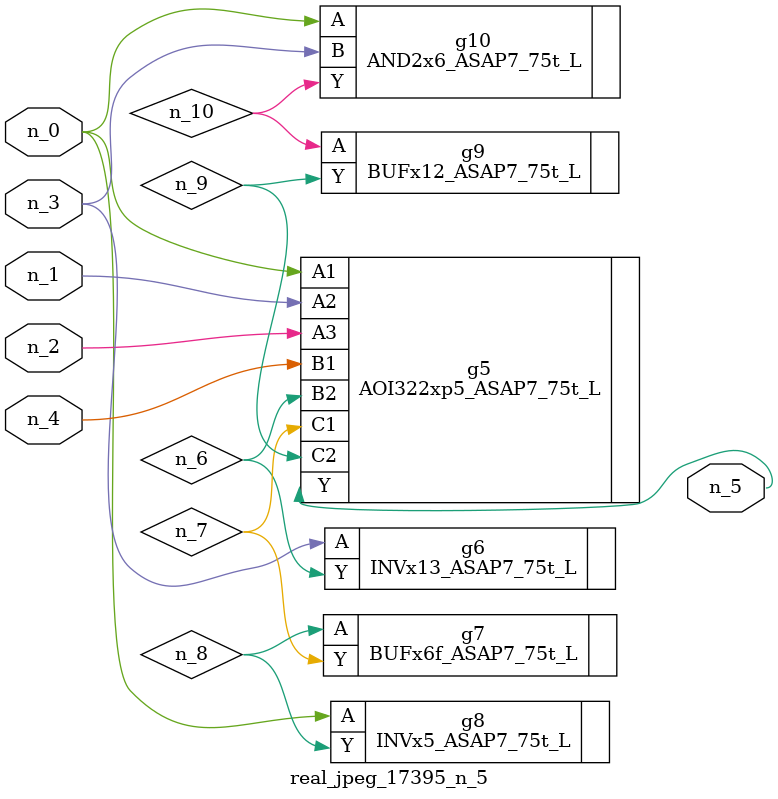
<source format=v>
module real_jpeg_17395_n_5 (n_4, n_0, n_1, n_2, n_3, n_5);

input n_4;
input n_0;
input n_1;
input n_2;
input n_3;

output n_5;

wire n_8;
wire n_6;
wire n_7;
wire n_10;
wire n_9;

AOI322xp5_ASAP7_75t_L g5 ( 
.A1(n_0),
.A2(n_1),
.A3(n_2),
.B1(n_4),
.B2(n_6),
.C1(n_7),
.C2(n_9),
.Y(n_5)
);

INVx5_ASAP7_75t_L g8 ( 
.A(n_0),
.Y(n_8)
);

AND2x6_ASAP7_75t_L g10 ( 
.A(n_0),
.B(n_3),
.Y(n_10)
);

INVx13_ASAP7_75t_L g6 ( 
.A(n_3),
.Y(n_6)
);

BUFx6f_ASAP7_75t_L g7 ( 
.A(n_8),
.Y(n_7)
);

BUFx12_ASAP7_75t_L g9 ( 
.A(n_10),
.Y(n_9)
);


endmodule
</source>
